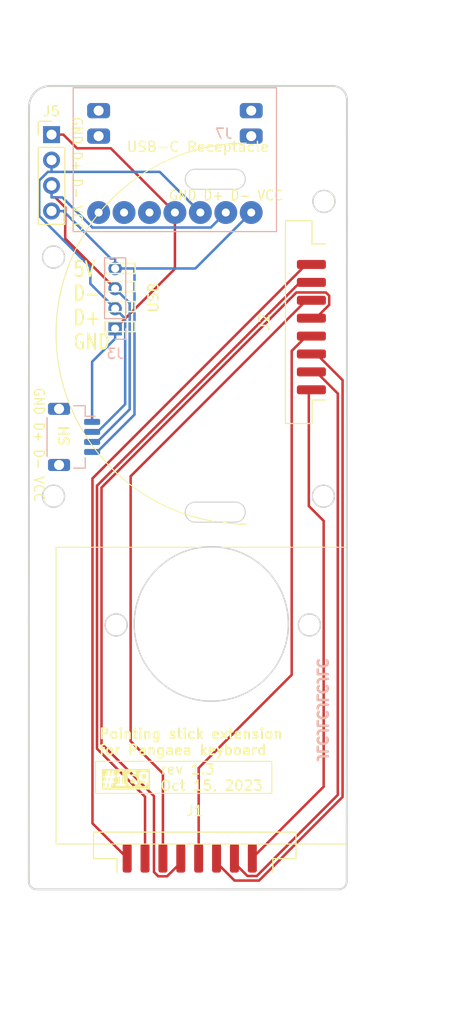
<source format=kicad_pcb>
(kicad_pcb (version 20221018) (generator pcbnew)
  (layers (0 "F.Cu" signal) (31 "B.Cu" signal) (34 "B.Paste" user) (35 "F.Paste" user) (36 "B.SilkS" user "B.Silkscreen") (37 "F.SilkS" user "F.Silkscreen") (38 "B.Mask" user) (39 "F.Mask" user) (44 "Edge.Cuts" user))
  (net 0 "")
  (net 1 "Net-(J1-Pin_1)")
  (net 2 "Net-(J1-Pin_2)")
  (net 3 "Net-(J1-Pin_3)")
  (net 4 "Net-(J1-Pin_4)")
  (net 5 "Net-(J1-Pin_5)")
  (net 6 "Net-(J1-Pin_6)")
  (net 7 "Net-(J1-Pin_7)")
  (net 8 "Net-(J1-Pin_8)")
  (net 9 "GND")
  (net 10 "D+")
  (net 11 "D-")
  (net 12 "VCC")
  (footprint "Connector_PinHeader_2.54mm:PinHeader_1x04_P2.54mm_Vertical" (layer "F.Cu") (at 20.65 19.85)
    (fp_text reference "J5" (at 0 -2.33) (layer "F.SilkS"))
    (fp_text value "Conn_01x04")
    (fp_line (start -1.33 -1.33) (end 0 -1.33) (stroke (width 0.12)) (layer "F.SilkS"))
    (fp_line (start -1.33 0) (end -1.33 -1.33) (stroke (width 0.12)) (layer "F.SilkS"))
    (fp_line (start -1.33 1.27) (end -1.33 8.95) (stroke (width 0.12)) (layer "F.SilkS"))
    (fp_line (start -1.33 1.27) (end 1.33 1.27) (stroke (width 0.12)) (layer "F.SilkS"))
    (fp_line (start -1.33 8.95) (end 1.33 8.95) (stroke (width 0.12)) (layer "F.SilkS"))
    (fp_line (start 1.33 1.27) (end 1.33 8.95) (stroke (width 0.12)) (layer "F.SilkS"))
    (pad "1" thru_hole rect (at 0 0) (size 1.7 1.7) (drill 1) (layers "*.Cu" "*.Mask") (net 9 "GND"))
    (pad "2" thru_hole oval (at 0 2.54) (size 1.7 1.7) (drill 1) (layers "*.Cu" "*.Mask") (net 10 "D+"))
    (pad "3" thru_hole oval (at 0 5.08) (size 1.7 1.7) (drill 1) (layers "*.Cu" "*.Mask") (net 11 "D-"))
    (pad "4" thru_hole oval (at 0 7.62) (size 1.7 1.7) (drill 1) (layers "*.Cu" "*.Mask") (net 12 "VCC"))
  )
  (footprint "k2Library-2023rev1:trackpoint-8pins-rev2" (layer "F.Cu") (at 44.1 38.55 90)
    (fp_text reference "J2" (at 0 -2.2 90) (layer "F.SilkS"))
    (fp_text value "Conn_01x08_Socket")
    (fp_line (start -10.11 -0.09) (end -10.11 2.56) (stroke (width 0.12)) (layer "F.SilkS"))
    (fp_line (start -10.11 -0.09) (end 10.11 -0.09) (stroke (width 0.12)) (layer "F.SilkS"))
    (fp_line (start -10.11 2.56) (end -7.76 2.56) (stroke (width 0.12)) (layer "F.SilkS"))
    (fp_line (start -7.76 2.56) (end -7.76 3.95) (stroke (width 0.12)) (layer "F.SilkS"))
    (fp_line (start 7.8 2.56) (end 7.8 3.95) (stroke (width 0.12)) (layer "F.SilkS"))
    (fp_line (start 10.11 -0.09) (end 10.11 2.56) (stroke (width 0.12)) (layer "F.SilkS"))
    (fp_line (start 10.11 2.56) (end 7.76 2.56) (stroke (width 0.12)) (layer "F.SilkS"))
    (pad "1" smd roundrect (at -6.75 2.5 90) (size 0.9 2.9) (layers "F.Cu" "F.Paste" "F.Mask") (net 8 "Net-(J1-Pin_8)"))
    (pad "2" smd roundrect (at -4.964286 2.5 90) (size 0.9 2.9) (layers "F.Cu" "F.Paste" "F.Mask") (net 7 "Net-(J1-Pin_7)"))
    (pad "3" smd roundrect (at -3.178572 2.5 90) (size 0.9 2.9) (layers "F.Cu" "F.Paste" "F.Mask") (net 6 "Net-(J1-Pin_6)"))
    (pad "4" smd roundrect (at -1.392858 2.5 90) (size 0.9 2.9) (layers "F.Cu" "F.Paste" "F.Mask") (net 5 "Net-(J1-Pin_5)"))
    (pad "5" smd roundrect (at 0.392856 2.5 90) (size 0.9 2.9) (layers "F.Cu" "F.Paste" "F.Mask") (net 4 "Net-(J1-Pin_4)"))
    (pad "6" smd roundrect (at 2.17857 2.5 90) (size 0.9 2.9) (layers "F.Cu" "F.Paste" "F.Mask") (net 3 "Net-(J1-Pin_3)"))
    (pad "7" smd roundrect (at 3.964284 2.5 90) (size 0.9 2.9) (layers "F.Cu" "F.Paste" "F.Mask") (net 2 "Net-(J1-Pin_2)"))
    (pad "8" smd roundrect (at 5.75 2.5 90) (size 0.9 2.9) (layers "F.Cu" "F.Paste" "F.Mask") (net 1 "Net-(J1-Pin_1)"))
  )
  (footprint "k2Library-2023rev1:trackpoint-8pins-rev2" (layer "F.Cu") (at 34.95 89.5)
    (fp_text reference "J1" (at 0 -2.2) (layer "F.SilkS"))
    (fp_text value "Conn_01x08_Socket")
    (fp_line (start -10.11 -0.09) (end -10.11 2.56) (stroke (width 0.12)) (layer "F.SilkS"))
    (fp_line (start -10.11 -0.09) (end 10.11 -0.09) (stroke (width 0.12)) (layer "F.SilkS"))
    (fp_line (start -10.11 2.56) (end -7.76 2.56) (stroke (width 0.12)) (layer "F.SilkS"))
    (fp_line (start -7.76 2.56) (end -7.76 3.95) (stroke (width 0.12)) (layer "F.SilkS"))
    (fp_line (start 7.8 2.56) (end 7.8 3.95) (stroke (width 0.12)) (layer "F.SilkS"))
    (fp_line (start 10.11 -0.09) (end 10.11 2.56) (stroke (width 0.12)) (layer "F.SilkS"))
    (fp_line (start 10.11 2.56) (end 7.76 2.56) (stroke (width 0.12)) (layer "F.SilkS"))
    (pad "1" smd roundrect (at -6.75 2.5) (size 0.9 2.9) (layers "F.Cu" "F.Paste" "F.Mask") (net 1 "Net-(J1-Pin_1)"))
    (pad "2" smd roundrect (at -4.964286 2.5) (size 0.9 2.9) (layers "F.Cu" "F.Paste" "F.Mask") (net 2 "Net-(J1-Pin_2)"))
    (pad "3" smd roundrect (at -3.178572 2.5) (size 0.9 2.9) (layers "F.Cu" "F.Paste" "F.Mask") (net 3 "Net-(J1-Pin_3)"))
    (pad "4" smd roundrect (at -1.392858 2.5) (size 0.9 2.9) (layers "F.Cu" "F.Paste" "F.Mask") (net 4 "Net-(J1-Pin_4)"))
    (pad "5" smd roundrect (at 0.392856 2.5) (size 0.9 2.9) (layers "F.Cu" "F.Paste" "F.Mask") (net 5 "Net-(J1-Pin_5)"))
    (pad "6" smd roundrect (at 2.17857 2.5) (size 0.9 2.9) (layers "F.Cu" "F.Paste" "F.Mask") (net 6 "Net-(J1-Pin_6)"))
    (pad "7" smd roundrect (at 3.964284 2.5) (size 0.9 2.9) (layers "F.Cu" "F.Paste" "F.Mask") (net 7 "Net-(J1-Pin_7)"))
    (pad "8" smd roundrect (at 5.75 2.5) (size 0.9 2.9) (layers "F.Cu" "F.Paste" "F.Mask") (net 8 "Net-(J1-Pin_8)"))
  )
  (footprint "footprint:JST_SH_BM03B-SRSS-TB_1x04-1MP_P1.00mm_Vertical" (layer "B.Cu") (at 22.9 50 -90)
    (fp_text reference "J4")
    (fp_text value "Conn_01x04")
    (fp_line (start -3.11 -1.11) (end -2.06 -1.11) (stroke (width 0.12)) (layer "B.SilkS"))
    (fp_line (start -3.11 0.04) (end -3.11 -1.11) (stroke (width 0.12)) (layer "B.SilkS"))
    (fp_line (start -2.06 -1.11) (end -2.06 -2.1) (stroke (width 0.12)) (layer "B.SilkS"))
    (fp_line (start -1.94 2.7) (end 1.94 2.7) (stroke (width 0.12)) (layer "B.SilkS"))
    (fp_line (start 3.11 -1.11) (end 2.06 -1.11) (stroke (width 0.12)) (layer "B.SilkS"))
    (fp_line (start 3.11 0.04) (end 3.11 -1.11) (stroke (width 0.12)) (layer "B.SilkS"))
    (pad "1" smd roundrect (at -1.5 -1.8 270) (size 0.6 1.6) (layers "B.Cu" "B.Paste" "B.Mask") (net 9 "GND"))
    (pad "2" smd roundrect (at -0.5 -1.8 270) (size 0.6 1.6) (layers "B.Cu" "B.Paste" "B.Mask") (net 10 "D+"))
    (pad "3" smd roundrect (at 0.5 -1.8 270) (size 0.6 1.6) (layers "B.Cu" "B.Paste" "B.Mask") (net 11 "D-"))
    (pad "4" smd roundrect (at 1.5 -1.8 270) (size 0.6 1.6) (layers "B.Cu" "B.Paste" "B.Mask") (net 12 "VCC"))
    (pad "MP" thru_hole roundrect (at -2.8 1.5 270) (size 1.2 2.2) (drill 1) (layers "*.Cu" "*.Mask") (roundrect_rratio 0.208))
    (pad "MP" thru_hole roundrect (at 2.8 1.5 270) (size 1.2 2.2) (drill 1) (layers "*.Cu" "*.Mask") (roundrect_rratio 0.208))
  )
  (footprint "Connector_PinSocket_2.00mm:PinSocket_1x04_P2.00mm_Vertical" (layer "B.Cu") (at 27 39.2)
    (fp_text reference "J3" (at 0 2.5) (layer "B.SilkS") (effects (justify mirror)))
    (fp_text value "Conn_01x04")
    (fp_line (start -1.06 -7.06) (end 1.06 -7.06) (stroke (width 0.12)) (layer "B.SilkS"))
    (fp_line (start -1.06 -1) (end -1.06 -7.06) (stroke (width 0.12)) (layer "B.SilkS"))
    (fp_line (start -1.06 -1) (end 1.06 -1) (stroke (width 0.12)) (layer "B.SilkS"))
    (fp_line (start 0 1.06) (end 1.06 1.06) (stroke (width 0.12)) (layer "B.SilkS"))
    (fp_line (start 1.06 -1) (end 1.06 -7.06) (stroke (width 0.12)) (layer "B.SilkS"))
    (fp_line (start 1.06 1.06) (end 1.06 0) (stroke (width 0.12)) (layer "B.SilkS"))
    (pad "1" thru_hole rect (at 0 0) (size 1.35 1.35) (drill 0.8) (layers "*.Cu" "*.Mask") (net 9 "GND"))
    (pad "2" thru_hole oval (at 0 -2) (size 1.35 1.35) (drill 0.8) (layers "*.Cu" "*.Mask") (net 10 "D+"))
    (pad "3" thru_hole oval (at 0 -4) (size 1.35 1.35) (drill 0.8) (layers "*.Cu" "*.Mask") (net 11 "D-"))
    (pad "4" thru_hole oval (at 0 -6) (size 1.35 1.35) (drill 0.8) (layers "*.Cu" "*.Mask") (net 12 "VCC"))
  )
  (footprint "k2Library-2023rev1:USB_C_Receptacle_AKIZUKIDENSHI" (layer "B.Cu") (at 32.97 22.8 180)
    (fp_text reference "J7" (at -4.87 3.05) (layer "B.SilkS") (effects (justify mirror)))
    (fp_text value "USB_C_Receptacle_USB2.0")
    (fp_text user "USB-C Receptacle" (at 4.9 1.1505 unlocked) (layer "F.SilkS") (effects (justify left bottom)))
    (fp_line (start -10.14 7.62) (end -10.14 -6.72) (stroke (width 0.12)) (layer "B.SilkS"))
    (fp_line (start -10.14 7.62) (end 10.16 7.62) (stroke (width 0.12)) (layer "B.SilkS"))
    (fp_line (start 10.16 -6.725) (end -10.14 -6.72) (stroke (width 0.12)) (layer "B.SilkS"))
    (fp_line (start 10.16 7.62) (end 10.16 -6.725) (stroke (width 0.12)) (layer "B.SilkS"))
    (pad "1" thru_hole roundrect (at -7.62 5.34 180) (size 2.286 1.524) (drill 1) (layers "*.Cu" "*.Mask"))
    (pad "2" thru_hole roundrect (at -7.62 2.8 180) (size 2.286 1.524) (drill 1) (layers "*.Cu" "*.Mask"))
    (pad "3" thru_hole roundrect (at 7.62 5.34 180) (size 2.286 1.524) (drill 1) (layers "*.Cu" "*.Mask"))
    (pad "4" thru_hole roundrect (at 7.62 2.8 180) (size 2.286 1.524) (drill 1) (layers "*.Cu" "*.Mask"))
    (pad "A1" thru_hole circle (at 0 -4.82 90) (size 2.286 2.286) (drill 0.8) (layers "*.Cu" "*.Mask") (net 9 "GND"))
    (pad "A4" thru_hole circle (at -7.62 -4.82 180) (size 2.286 2.286) (drill 0.8) (layers "*.Cu" "*.Mask") (net 12 "VCC"))
    (pad "A5" thru_hole circle (at 2.54 -4.82 180) (size 2.286 2.286) (drill 0.8) (layers "*.Cu" "*.Mask"))
    (pad "A6" thru_hole circle (at -2.54 -4.82 180) (size 2.286 2.286) (drill 0.8) (layers "*.Cu" "*.Mask") (net 10 "D+"))
    (pad "A7" thru_hole circle (at -5.08 -4.82 180) (size 2.286 2.286) (drill 0.8) (layers "*.Cu" "*.Mask") (net 11 "D-"))
    (pad "B5" thru_hole circle (at 5.08 -4.82 180) (size 2.286 2.286) (drill 0.8) (layers "*.Cu" "*.Mask"))
    (pad "GND" thru_hole circle (at 7.62 -4.82 180) (size 2.286 2.286) (drill 0.8) (layers "*.Cu" "*.Mask"))
  )
  (gr_rect (start 21.1 61) (end 50.1 90.6) (stroke (width 0.1)) (fill none) (layer "F.SilkS"))
  (gr_rect (start 26 38.5) (end 29 39.5) (stroke (width 0.15)) (fill none) (layer "F.SilkS"))
  (gr_arc (start 40.1 58.7) (mid 21.1 39.7) (end 40.1 20.7) (stroke (width 0.1)) (layer "F.SilkS"))
  (gr_rect (start 25.05 82.35) (end 42.65 85.55) (stroke (width 0.1)) (fill none) (layer "F.SilkS"))
  (gr_rect (start 26 34.5) (end 29 35.5) (stroke (width 0.15)) (fill none) (layer "F.SilkS"))
  (gr_rect (start 26 36.5) (end 29 37.5) (stroke (width 0.15)) (fill none) (layer "F.SilkS"))
  (gr_rect (start 26 32.7) (end 29 33.7) (stroke (width 0.15)) (fill none) (layer "F.SilkS"))
  (gr_arc (start 35 58.5) (mid 34 57.5) (end 35 56.5) (stroke (width 0.1)) (layer "Edge.Cuts"))
  (gr_circle (center 20.849222 55.911298) (end 21.949222 55.911298) (stroke (width 0.15)) (fill none) (layer "Edge.Cuts"))
  (gr_line (start 35 23.3) (end 39 23.3) (stroke (width 0.1)) (layer "Edge.Cuts"))
  (gr_arc (start 19.174384 95.121225) (mid 18.638521 94.91396) (end 18.381706 94.4) (stroke (width 0.2)) (layer "Edge.Cuts"))
  (gr_arc (start 48.750833 15) (mid 49.740782 15.410051) (end 50.150833 16.4) (stroke (width 0.2)) (layer "Edge.Cuts"))
  (gr_line (start 20.5 15) (end 48.750833 15) (stroke (width 0.2)) (layer "Edge.Cuts"))
  (gr_line (start 19.174384 95.121225) (end 49.336884 95.1188) (stroke (width 0.2)) (layer "Edge.Cuts"))
  (gr_line (start 18.381706 94.4) (end 18.4 17.1) (stroke (width 0.2)) (layer "Edge.Cuts"))
  (gr_circle (center 27.1 68.75) (end 28.2 68.75) (stroke (width 0.15)) (fill none) (layer "Edge.Cuts"))
  (gr_circle (center 36.6 68.65) (end 44.3 68.65) (stroke (width 0.15)) (fill none) (layer "Edge.Cuts"))
  (gr_arc (start 39 56.5) (mid 40 57.5) (end 39 58.5) (stroke (width 0.1)) (layer "Edge.Cuts"))
  (gr_circle (center 47.799222 55.911298) (end 48.899222 55.911298) (stroke (width 0.15)) (fill none) (layer "Edge.Cuts"))
  (gr_line (start 35 56.5) (end 39 56.5) (stroke (width 0.1)) (layer "Edge.Cuts"))
  (gr_line (start 50.130634 94.32505) (end 50.150833 16.4) (stroke (width 0.2)) (layer "Edge.Cuts"))
  (gr_line (start 35 25.3) (end 39 25.3) (stroke (width 0.1)) (layer "Edge.Cuts"))
  (gr_arc (start 35 25.3) (mid 34 24.3) (end 35 23.3) (stroke (width 0.1)) (layer "Edge.Cuts"))
  (gr_circle (center 47.849222 26.511298) (end 48.949222 26.511298) (stroke (width 0.15)) (fill none) (layer "Edge.Cuts"))
  (gr_circle (center 46.4 68.75) (end 47.5 68.75) (stroke (width 0.15)) (fill none) (layer "Edge.Cuts"))
  (gr_arc (start 18.4 17.1) (mid 19.015076 15.615076) (end 20.5 15) (stroke (width 0.2)) (layer "Edge.Cuts"))
  (gr_circle (center 20.849222 32.061298) (end 21.949222 32.061298) (stroke (width 0.15)) (fill none) (layer "Edge.Cuts"))
  (gr_arc (start 39 23.3) (mid 40 24.3) (end 39 25.3) (stroke (width 0.1)) (layer "Edge.Cuts"))
  (gr_line (start 35 58.5) (end 39 58.5) (stroke (width 0.1)) (layer "Edge.Cuts"))
  (gr_arc (start 50.130634 94.32505) (mid 49.898174 94.88634) (end 49.336884 95.1188) (stroke (width 0.2)) (layer "Edge.Cuts"))
  (gr_text " JLCJLCJLCJLC" (at 47.1 83.3 270) (layer "B.SilkS") (effects (font (size 1 1) (thickness 0.25) bold) (justify left bottom mirror)))
  (gr_text "#169" (at 25.65 84.85) (layer "F.SilkS" knockout) (effects (font (size 1.2 1.2) (thickness 0.25) bold) (justify left bottom)))
  (gr_text "rev 1.3\nOct 15, 2023" (at 31.45 85.35) (layer "F.SilkS") (effects (font (size 1 1)) (justify left bottom)))
  (gr_text "USB" (at 31.4 37.7 90) (layer "F.SilkS") (effects (font (size 1 1)) (justify left bottom)))
  (gr_text "GND D+ D- VCC" (at 18.8 45 -90) (layer "F.SilkS") (effects (font (size 1 0.9) (thickness 0.125)) (justify left bottom)))
  (gr_text "Pointing stick extension\nfor Pangaea keyboard" (at 25.3 81.8) (layer "F.SilkS") (effects (font (size 1 1) (thickness 0.1875)) (justify left bottom)))
  (gr_text "GND D+ D- VCC" (at 22.6 18 -90) (layer "F.SilkS") (effects (font (size 1 0.9) (thickness 0.125)) (justify left bottom)))
  (gr_text "GND D+ D- VCC" (at 32.3 26.5) (layer "F.SilkS") (effects (font (size 1 0.9) (thickness 0.125)) (justify left bottom)))
  (gr_text "SH" (at 22.5 51 90) (layer "F.SilkS") (effects (font (size 1 1) (thickness 0.1875)) (justify left bottom)))
  (gr_text "5V\nD-\nD+\nGND" (at 22.7 41.4) (layer "F.SilkS") (effects (font (size 1.5 1.2) (thickness 0.1875)) (justify left bottom)))
  (segment (start 46.0776 32.8) (end 24.7367 54.1409) (width 0.25) (layer "F.Cu") (net 1))
  (segment (start 24.7367 88.5367) (end 28.2 92) (width 0.25) (layer "F.Cu") (net 1))
  (segment (start 24.7367 54.1409) (end 24.7367 88.5367) (width 0.25) (layer "F.Cu") (net 1))
  (segment (start 46.6 32.8) (end 46.0776 32.8) (width 0.25) (layer "F.Cu") (net 1))
  (segment (start 25.1886 81.0909) (end 29.9857 85.888) (width 0.25) (layer "F.Cu") (net 2))
  (segment (start 45.4645 34.5857) (end 25.1886 54.8616) (width 0.25) (layer "F.Cu") (net 2))
  (segment (start 25.1886 54.8616) (end 25.1886 81.0909) (width 0.25) (layer "F.Cu") (net 2))
  (segment (start 29.9857 85.888) (end 29.9857 92) (width 0.25) (layer "F.Cu") (net 2))
  (segment (start 46.6 34.5857) (end 45.4645 34.5857) (width 0.25) (layer "F.Cu") (net 2))
  (segment (start 28.549 53.9229) (end 46.1005 36.3714) (width 0.25) (layer "F.Cu") (net 3))
  (segment (start 46.1005 36.3714) (end 46.6 36.3714) (width 0.25) (layer "F.Cu") (net 3))
  (segment (start 31.7714 83.5651) (end 28.549 80.3427) (width 0.25) (layer "F.Cu") (net 3))
  (segment (start 28.549 80.3427) (end 28.549 53.9229) (width 0.25) (layer "F.Cu") (net 3))
  (segment (start 31.7714 92) (end 31.7714 83.5651) (width 0.25) (layer "F.Cu") (net 3))
  (segment (start 31.3061 93.8185) (end 32.1886 93.8185) (width 0.25) (layer "F.Cu") (net 4))
  (segment (start 45.0995 35.5936) (end 25.6405 55.0526) (width 0.25) (layer "F.Cu") (net 4))
  (segment (start 33.5571 92.45) (end 33.5571 92) (width 0.25) (layer "F.Cu") (net 4))
  (segment (start 30.8785 93.3909) (end 31.3061 93.8185) (width 0.25) (layer "F.Cu") (net 4))
  (segment (start 48.3778 35.9175) (end 48.0539 35.5936) (width 0.25) (layer "F.Cu") (net 4))
  (segment (start 30.8785 85.8235) (end 30.8785 93.3909) (width 0.25) (layer "F.Cu") (net 4))
  (segment (start 47.046 38.1571) (end 48.3778 36.8253) (width 0.25) (layer "F.Cu") (net 4))
  (segment (start 48.3778 36.8253) (end 48.3778 35.9175) (width 0.25) (layer "F.Cu") (net 4))
  (segment (start 25.6405 55.0526) (end 25.6405 80.5855) (width 0.25) (layer "F.Cu") (net 4))
  (segment (start 48.0539 35.5936) (end 45.0995 35.5936) (width 0.25) (layer "F.Cu") (net 4))
  (segment (start 32.1886 93.8185) (end 33.5571 92.45) (width 0.25) (layer "F.Cu") (net 4))
  (segment (start 25.6405 80.5855) (end 30.8785 85.8235) (width 0.25) (layer "F.Cu") (net 4))
  (segment (start 46.6 38.1571) (end 47.046 38.1571) (width 0.25) (layer "F.Cu") (net 4))
  (segment (start 46.1116 39.9429) (end 46.6 39.9429) (width 0.25) (layer "F.Cu") (net 5))
  (segment (start 35.3429 83.0152) (end 44.6348 73.7233) (width 0.25) (layer "F.Cu") (net 5))
  (segment (start 44.6348 73.7233) (end 44.6348 41.4197) (width 0.25) (layer "F.Cu") (net 5))
  (segment (start 35.3429 92) (end 35.3429 83.0152) (width 0.25) (layer "F.Cu") (net 5))
  (segment (start 44.6348 41.4197) (end 46.1116 39.9429) (width 0.25) (layer "F.Cu") (net 5))
  (segment (start 37.1286 92.4496) (end 38.9233 94.2443) (width 0.25) (layer "F.Cu") (net 6))
  (segment (start 49.7148 85.9004) (end 49.7148 44.3376) (width 0.25) (layer "F.Cu") (net 6))
  (segment (start 38.9233 94.2443) (end 41.3709 94.2443) (width 0.25) (layer "F.Cu") (net 6))
  (segment (start 47.1058 41.7286) (end 46.6 41.7286) (width 0.25) (layer "F.Cu") (net 6))
  (segment (start 49.7148 44.3376) (end 47.1058 41.7286) (width 0.25) (layer "F.Cu") (net 6))
  (segment (start 37.1286 92) (end 37.1286 92.4496) (width 0.25) (layer "F.Cu") (net 6))
  (segment (start 41.3709 94.2443) (end 49.7148 85.9004) (width 0.25) (layer "F.Cu") (net 6))
  (segment (start 40.2117 93.7846) (end 38.9143 92.4872) (width 0.25) (layer "F.Cu") (net 7))
  (segment (start 47.079 43.5143) (end 49.2356 45.6709) (width 0.25) (layer "F.Cu") (net 7))
  (segment (start 38.9143 92.4872) (end 38.9143 92) (width 0.25) (layer "F.Cu") (net 7))
  (segment (start 49.2356 85.6993) (end 41.1503 93.7846) (width 0.25) (layer "F.Cu") (net 7))
  (segment (start 41.1503 93.7846) (end 40.2117 93.7846) (width 0.25) (layer "F.Cu") (net 7))
  (segment (start 49.2356 45.6709) (end 49.2356 85.6993) (width 0.25) (layer "F.Cu") (net 7))
  (segment (start 46.6 43.5143) (end 47.079 43.5143) (width 0.25) (layer "F.Cu") (net 7))
  (segment (start 46.3411 45.5589) (end 46.3411 56.8903) (width 0.25) (layer "F.Cu") (net 8))
  (segment (start 46.6 45.3) (end 46.3411 45.5589) (width 0.25) (layer "F.Cu") (net 8))
  (segment (start 46.3411 56.8903) (end 47.8273 58.3765) (width 0.25) (layer "F.Cu") (net 8))
  (segment (start 47.8273 58.3765) (end 47.8273 84.8727) (width 0.25) (layer "F.Cu") (net 8))
  (segment (start 47.8273 84.8727) (end 40.7 92) (width 0.25) (layer "F.Cu") (net 8))
  (segment (start 23.1915 21.2146) (end 21.8269 19.85) (width 0.25) (layer "F.Cu") (net 9))
  (segment (start 32.97 27.62) (end 32.97 33.23) (width 0.25) (layer "F.Cu") (net 9))
  (segment (start 32.97 33.23) (end 27 39.2) (width 0.25) (layer "F.Cu") (net 9))
  (segment (start 20.65 19.85) (end 21.8269 19.85) (width 0.25) (layer "F.Cu") (net 9))
  (segment (start 32.97 27.62) (end 26.5646 21.2146) (width 0.25) (layer "F.Cu") (net 9))
  (segment (start 26.5646 21.2146) (end 23.1915 21.2146) (width 0.25) (layer "F.Cu") (net 9))
  (segment (start 24.7 42.5019) (end 24.7 48.5) (width 0.25) (layer "B.Cu") (net 9))
  (segment (start 27 39.2) (end 27 40.2019) (width 0.25) (layer "B.Cu") (net 9))
  (segment (start 27 40.2019) (end 24.7 42.5019) (width 0.25) (layer "B.Cu") (net 9))
  (segment (start 25.2415 49.5) (end 28.0019 46.7396) (width 0.25) (layer "B.Cu") (net 10))
  (segment (start 24.5241 33.067) (end 24.5241 34.7241) (width 0.25) (layer "B.Cu") (net 10))
  (segment (start 24.5241 34.7241) (end 27 37.2) (width 0.25) (layer "B.Cu") (net 10))
  (segment (start 35.51 27.62) (end 31.4569 23.5669) (width 0.25) (layer "B.Cu") (net 10))
  (segment (start 20.2822 23.5669) (end 19.4205 24.4286) (width 0.25) (layer "B.Cu") (net 10))
  (segment (start 28.0019 38.2019) (end 27 37.2) (width 0.25) (layer "B.Cu") (net 10))
  (segment (start 19.4205 24.4286) (end 19.4205 27.9634) (width 0.25) (layer "B.Cu") (net 10))
  (segment (start 24.7 49.5) (end 25.2415 49.5) (width 0.25) (layer "B.Cu") (net 10))
  (segment (start 20.65 22.39) (end 20.65 23.5669) (width 0.25) (layer "B.Cu") (net 10))
  (segment (start 31.4569 23.5669) (end 20.65 23.5669) (width 0.25) (layer "B.Cu") (net 10))
  (segment (start 19.4205 27.9634) (end 24.5241 33.067) (width 0.25) (layer "B.Cu") (net 10))
  (segment (start 20.65 23.5669) (end 20.2822 23.5669) (width 0.25) (layer "B.Cu") (net 10))
  (segment (start 28.0019 46.7396) (end 28.0019 38.2019) (width 0.25) (layer "B.Cu") (net 10))
  (segment (start 21.0158 26.1069) (end 20.65 26.1069) (width 0.25) (layer "F.Cu") (net 11))
  (segment (start 20.65 24.93) (end 20.65 26.1069) (width 0.25) (layer "F.Cu") (net 11))
  (segment (start 22.0146 27.1057) (end 21.0158 26.1069) (width 0.25) (layer "F.Cu") (net 11))
  (segment (start 27 35.2) (end 22.0146 30.2146) (width 0.25) (layer "F.Cu") (net 11))
  (segment (start 22.0146 30.2146) (end 22.0146 27.1057) (width 0.25) (layer "F.Cu") (net 11))
  (segment (start 25.2054 50.5) (end 28.4538 47.2516) (width 0.25) (layer "B.Cu") (net 11))
  (segment (start 36.5528 29.1172) (end 24.7345 29.1172) (width 0.25) (layer "B.Cu") (net 11))
  (segment (start 38.05 27.62) (end 36.5528 29.1172) (width 0.25) (layer "B.Cu") (net 11))
  (segment (start 20.65 24.93) (end 20.65 26.1069) (width 0.25) (layer "B.Cu") (net 11))
  (segment (start 21.7242 26.1069) (end 20.65 26.1069) (width 0.25) (layer "B.Cu") (net 11))
  (segment (start 24.7345 29.1172) (end 21.7242 26.1069) (width 0.25) (layer "B.Cu") (net 11))
  (segment (start 28.4538 47.2516) (end 28.4538 36.6538) (width 0.25) (layer "B.Cu") (net 11))
  (segment (start 28.4538 36.6538) (end 27 35.2) (width 0.25) (layer "B.Cu") (net 11))
  (segment (start 24.7 50.5) (end 25.2054 50.5) (width 0.25) (layer "B.Cu") (net 11))
  (segment (start 25.2079 51.5) (end 28.933 47.7749) (width 0.25) (layer "B.Cu") (net 12))
  (segment (start 35.01 33.2) (end 40.59 27.62) (width 0.25) (layer "B.Cu") (net 12))
  (segment (start 24.7 51.5) (end 25.2079 51.5) (width 0.25) (layer "B.Cu") (net 12))
  (segment (start 20.65 27.47) (end 21.8269 27.47) (width 0.25) (layer "B.Cu") (net 12))
  (segment (start 28.933 33.2) (end 35.01 33.2) (width 0.25) (layer "B.Cu") (net 12))
  (segment (start 28.933 47.7749) (end 28.933 33.2) (width 0.25) (layer "B.Cu") (net 12))
  (segment (start 27 32.1981) (end 26.555 32.1981) (width 0.25) (layer "B.Cu") (net 12))
  (segment (start 27 33.2) (end 28.933 33.2) (width 0.25) (layer "B.Cu") (net 12))
  (segment (start 26.555 32.1981) (end 21.8269 27.47) (width 0.25) (layer "B.Cu") (net 12))
  (segment (start 27 33.2) (end 27 32.1981) (width 0.25) (layer "B.Cu") (net 12))
)
</source>
